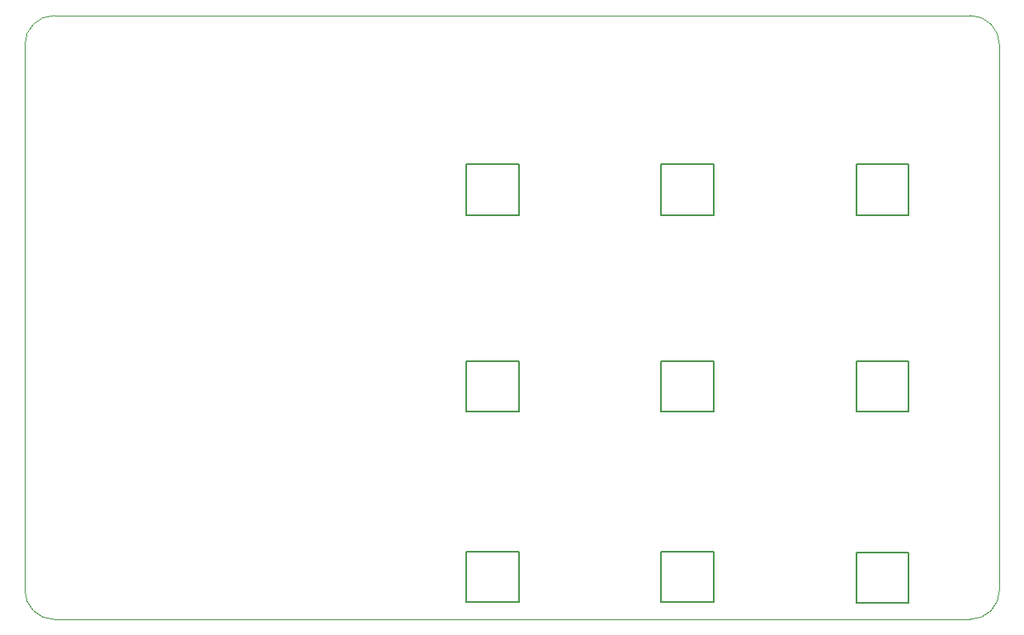
<source format=gm1>
%TF.GenerationSoftware,KiCad,Pcbnew,6.0.4-6f826c9f35~116~ubuntu20.04.1*%
%TF.CreationDate,2022-10-29T14:33:56+02:00*%
%TF.ProjectId,SofleTestBoard,536f666c-6554-4657-9374-426f6172642e,rev?*%
%TF.SameCoordinates,Original*%
%TF.FileFunction,Profile,NP*%
%FSLAX46Y46*%
G04 Gerber Fmt 4.6, Leading zero omitted, Abs format (unit mm)*
G04 Created by KiCad (PCBNEW 6.0.4-6f826c9f35~116~ubuntu20.04.1) date 2022-10-29 14:33:56*
%MOMM*%
%LPD*%
G01*
G04 APERTURE LIST*
%TA.AperFunction,Profile*%
%ADD10C,0.100000*%
%TD*%
%TA.AperFunction,Profile*%
%ADD11C,0.150000*%
%TD*%
G04 APERTURE END LIST*
D10*
X84000000Y-46000000D02*
X178000000Y-46000000D01*
X81000000Y-105000000D02*
X81000000Y-49000000D01*
X181000000Y-49000000D02*
X181000000Y-105000000D01*
X181000000Y-49000000D02*
G75*
G03*
X178000000Y-46000000I-3000000J0D01*
G01*
X84000000Y-46000000D02*
G75*
G03*
X81000000Y-49000000I0J-3000000D01*
G01*
X81000000Y-105000000D02*
G75*
G03*
X84000000Y-108000000I3000000J0D01*
G01*
X178000000Y-108000000D02*
G75*
G03*
X181000000Y-105000000I0J3000000D01*
G01*
X84000000Y-108000000D02*
X178000000Y-108000000D01*
D11*
%TO.C,SW4*%
X126300000Y-81469999D02*
X126300000Y-86669999D01*
X126300000Y-81469999D02*
X131700000Y-81469999D01*
X131700000Y-86669999D02*
X126300000Y-86669999D01*
X131700000Y-81469999D02*
X131700000Y-86669999D01*
%TO.C,SW5*%
X146300000Y-81469999D02*
X146300000Y-86669999D01*
X146300000Y-81469999D02*
X151700000Y-81469999D01*
X151700000Y-86669999D02*
X146300000Y-86669999D01*
X151700000Y-81469999D02*
X151700000Y-86669999D01*
%TO.C,SW1*%
X126300000Y-61300000D02*
X126300000Y-66500000D01*
X126300000Y-61300000D02*
X131700000Y-61300000D01*
X131700000Y-66500000D02*
X126300000Y-66500000D01*
X131700000Y-61300000D02*
X131700000Y-66500000D01*
%TO.C,SW9*%
X166300000Y-101100000D02*
X166300000Y-106300000D01*
X166300000Y-101100000D02*
X171700000Y-101100000D01*
X171700000Y-106300000D02*
X166300000Y-106300000D01*
X171700000Y-101100000D02*
X171700000Y-106300000D01*
%TO.C,SW3*%
X166300000Y-61300000D02*
X166300000Y-66500000D01*
X166300000Y-61300000D02*
X171700000Y-61300000D01*
X171700000Y-66500000D02*
X166300000Y-66500000D01*
X171700000Y-61300000D02*
X171700000Y-66500000D01*
%TO.C,SW6*%
X166300000Y-81469999D02*
X166300000Y-86669999D01*
X166300000Y-81469999D02*
X171700000Y-81469999D01*
X171700000Y-86669999D02*
X166300000Y-86669999D01*
X171700000Y-81469999D02*
X171700000Y-86669999D01*
%TO.C,SW7*%
X126300000Y-101034999D02*
X126300000Y-106234999D01*
X126300000Y-101034999D02*
X131700000Y-101034999D01*
X131700000Y-106234999D02*
X126300000Y-106234999D01*
X131700000Y-101034999D02*
X131700000Y-106234999D01*
%TO.C,SW2*%
X146300000Y-61300000D02*
X146300000Y-66500000D01*
X146300000Y-61300000D02*
X151700000Y-61300000D01*
X151700000Y-66500000D02*
X146300000Y-66500000D01*
X151700000Y-61300000D02*
X151700000Y-66500000D01*
%TO.C,SW8*%
X146300000Y-101034999D02*
X146300000Y-106234999D01*
X146300000Y-101034999D02*
X151700000Y-101034999D01*
X151700000Y-106234999D02*
X146300000Y-106234999D01*
X151700000Y-101034999D02*
X151700000Y-106234999D01*
%TD*%
M02*

</source>
